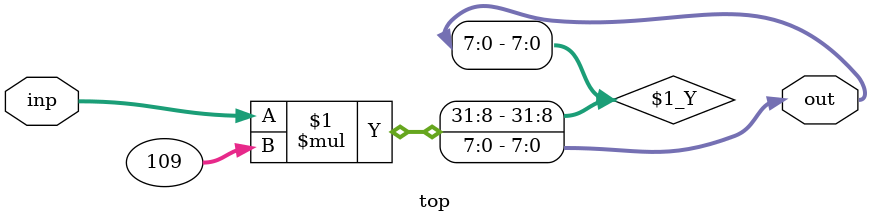
<source format=v>
module top(inp, out);
parameter width=4;
parameter outwidth=width*2;
parameter constant=109;

input signed [width-1:0] inp;
output signed [outwidth-1:0] out;

assign out = inp * constant;

endmodule
</source>
